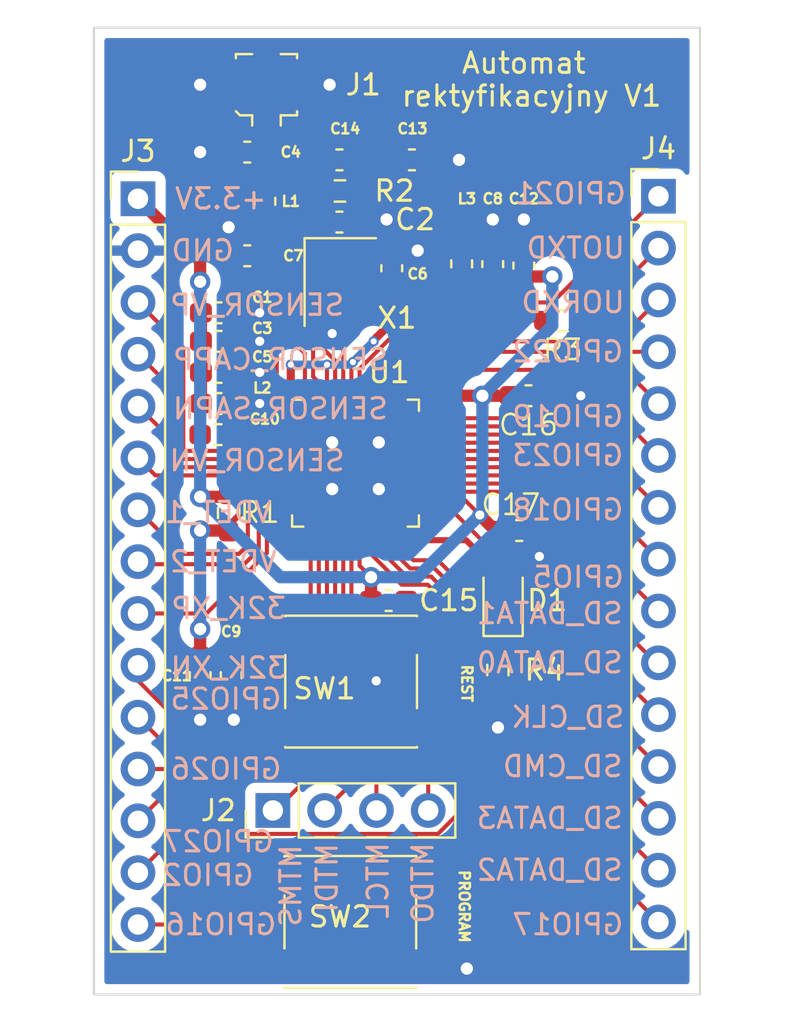
<source format=kicad_pcb>
(kicad_pcb (version 20211014) (generator pcbnew)
  (layers (0 "F.Cu" signal) (31 "B.Cu" signal) (34 "B.Paste" user) (35 "F.Paste" user) (36 "B.SilkS" user "B.Silkscreen") (37 "F.SilkS" user "F.Silkscreen") (38 "B.Mask" user) (39 "F.Mask" user) (44 "Edge.Cuts" user))
  (net 0 "")
  (net 1 "GND")
  (net 2 "+3V3")
  (net 3 "Net-(C2-Pad2)")
  (net 4 "unconnected-(C4-Pad2)")
  (net 5 "Net-(C6-Pad2)")
  (net 6 "Net-(C7-Pad2)")
  (net 7 "Net-(C11-Pad2)")
  (net 8 "Net-(C13-Pad2)")
  (net 9 "Net-(C14-Pad2)")
  (net 10 "Net-(D1-Pad2)")
  (net 11 "MTMS")
  (net 12 "MTDI")
  (net 13 "MTCK")
  (net 14 "MTDO")
  (net 15 "Net-(L2-Pad2)")
  (net 16 "Net-(L3-Pad1)")
  (net 17 "U0TXD")
  (net 18 "Net-(R3-Pad2)")
  (net 19 "Net-(SW2-Pad1)")
  (net 20 "SENSOR_VP")
  (net 21 "SENSOR_CAPP")
  (net 22 "SENSOR_CAPN")
  (net 23 "SENSOR_VN")
  (net 24 "VDET_1")
  (net 25 "VDET_2")
  (net 26 "32K_XP")
  (net 27 "32K_XN")
  (net 28 "GPIO25")
  (net 29 "GPIO26")
  (net 30 "GPIO27")
  (net 31 "GPIO2")
  (net 32 "GPIO16")
  (net 33 "GPIO17")
  (net 34 "SD_DATA2")
  (net 35 "SD_DATA3")
  (net 36 "SD_CMD")
  (net 37 "SD_CLK")
  (net 38 "SD_DATA0")
  (net 39 "SD_DATA1")
  (net 40 "GPIO5")
  (net 41 "GPIO18")
  (net 42 "GPIO23")
  (net 43 "GPIO19")
  (net 44 "GPIO22")
  (net 45 "U0RXD")
  (net 46 "GPIO21")
  (net 47 "Net-(D1-Pad1)")
  (footprint "Resistor_SMD:R_0603_1608Metric_Pad0.98x0.95mm_HandSolder" (layer "F.Cu") (at 100.076 124.8175 90)
    (fp_text reference "R4")
    (fp_text value "1.5k")
  )
  (footprint "Capacitor_SMD:C_0603_1608Metric_Pad1.08x0.95mm_HandSolder" (layer "F.Cu") (at 86.3725 107.315 180)
    (fp_text reference "C1")
    (fp_text value "10uF")
  )
  (footprint "Capacitor_SMD:C_0603_1608Metric_Pad1.08x0.95mm_HandSolder" (layer "F.Cu") (at 86.995 125.0685 90)
    (fp_text reference "C9")
    (fp_text value "100pF")
  )
  (footprint "Button_Switch_SMD:SW_Push_1P1T_NO_6x6mm_H9.5mm" (layer "F.Cu") (at 92.875 125.385 180)
    (fp_text reference "SW1")
    (fp_text value "SW_Push")
  )
  (footprint "Connector_PinHeader_2.54mm:PinHeader_1x15_P2.54mm_Vertical" (layer "F.Cu") (at 107.95 101.605)
    (fp_text reference "J4")
    (fp_text value "Conn_01x15_Male")
  )
  (footprint "Button_Switch_SMD:SW_Push_1P1T_NO_6x6mm_H9.5mm" (layer "F.Cu") (at 92.837 137.16)
    (fp_text reference "SW2")
    (fp_text value "SW_Push")
  )
  (footprint "Resistor_SMD:R_0603_1608Metric_Pad0.98x0.95mm_HandSolder" (layer "F.Cu") (at 86.868 117.1175 -90)
    (fp_text reference "R1")
    (fp_text value "10k")
  )
  (footprint "Resistor_SMD:R_0603_1608Metric_Pad0.98x0.95mm_HandSolder" (layer "F.Cu") (at 103.251 107.696 180)
    (fp_text reference "R3")
    (fp_text value "499")
  )
  (footprint "Capacitor_SMD:C_0603_1608Metric_Pad1.08x0.95mm_HandSolder" (layer "F.Cu") (at 87.7835 104.521)
    (fp_text reference "C7")
    (fp_text value "0")
  )
  (footprint "Capacitor_SMD:C_0603_1608Metric_Pad1.08x0.95mm_HandSolder" (layer "F.Cu") (at 86.3725 110.236 180)
    (fp_text reference "C5")
    (fp_text value "1uF")
  )
  (footprint "Capacitor_SMD:C_0603_1608Metric_Pad1.08x0.95mm_HandSolder" (layer "F.Cu") (at 94.7155 121.412 180)
    (fp_text reference "C15")
    (fp_text value "100pF")
  )
  (footprint "Capacitor_SMD:C_0603_1608Metric_Pad1.08x0.95mm_HandSolder" (layer "F.Cu") (at 87.7835 99.441)
    (fp_text reference "C4")
    (fp_text value "270pF")
  )
  (footprint "Inductor_SMD:L_0603_1608Metric_Pad1.05x0.95mm_HandSolder" (layer "F.Cu") (at 86.346 113.284)
    (fp_text reference "L2")
    (fp_text value "2nH")
  )
  (footprint "Connector_PinHeader_2.54mm:PinHeader_1x04_P2.54mm_Vertical" (layer "F.Cu") (at 89.037 131.699 90)
    (fp_text reference "J2")
    (fp_text value "Conn_01x04_Male")
  )
  (footprint "LED_SMD:LED_0805_2012Metric_Pad1.15x1.40mm_HandSolder" (layer "F.Cu") (at 100.33 121.294 90)
    (fp_text reference "D1")
    (fp_text value "LED")
  )
  (footprint "Capacitor_SMD:C_0603_1608Metric_Pad1.08x0.95mm_HandSolder" (layer "F.Cu") (at 94.869 105.1295 -90)
    (fp_text reference "C6")
    (fp_text value "22pF")
  )
  (footprint "Capacitor_SMD:C_0603_1608Metric_Pad1.08x0.95mm_HandSolder" (layer "F.Cu") (at 86.3725 108.712 180)
    (fp_text reference "C3")
    (fp_text value "10uF")
  )
  (footprint "Capacitor_SMD:C_0603_1608Metric_Pad1.08x0.95mm_HandSolder" (layer "F.Cu") (at 85.471 125.0685 90)
    (fp_text reference "C11")
    (fp_text value "1uf")
  )
  (footprint "Capacitor_SMD:C_0603_1608Metric_Pad1.08x0.95mm_HandSolder" (layer "F.Cu") (at 101.1185 117.983)
    (fp_text reference "C17")
    (fp_text value "10nF")
  )
  (footprint "Capacitor_SMD:C_0603_1608Metric_Pad1.08x0.95mm_HandSolder" (layer "F.Cu") (at 99.822 104.9285 -90)
    (fp_text reference "C8")
    (fp_text value "100pF")
  )
  (footprint "Connector_Coaxial:U.FL_Molex_MCRF_73412-0110_Vertical" (layer "F.Cu") (at 88.724 96.139)
    (fp_text reference "J1")
    (fp_text value "Conn_Coaxial")
  )
  (footprint "Resistor_SMD:R_0603_1608Metric_Pad0.98x0.95mm_HandSolder" (layer "F.Cu") (at 92.329 101.346 180)
    (fp_text reference "R2")
    (fp_text value "20k")
  )
  (footprint "Oscillator:Oscillator_SMD_SeikoEpson_SG210-4Pin_2.5x2.0mm_HandSoldering" (layer "F.Cu") (at 92.343 105.809 -90)
    (fp_text reference "X1")
    (fp_text value "ASE-xxxMHz")
  )
  (footprint "Capacitor_SMD:C_0603_1608Metric_Pad1.08x0.95mm_HandSolder" (layer "F.Cu") (at 95.8585 99.822 180)
    (fp_text reference "C13")
    (fp_text value "10nF")
  )
  (footprint "Capacitor_SMD:C_0603_1608Metric_Pad1.08x0.95mm_HandSolder" (layer "F.Cu") (at 101.5735 111.379 180)
    (fp_text reference "C16")
    (fp_text value "100pF")
  )
  (footprint "Inductor_SMD:L_0603_1608Metric_Pad1.05x0.95mm_HandSolder" (layer "F.Cu") (at 98.298 104.916 -90)
    (fp_text reference "L3")
    (fp_text value "2nH")
  )
  (footprint "Capacitor_SMD:C_0603_1608Metric_Pad1.08x0.95mm_HandSolder" (layer "F.Cu") (at 101.346 105.0025 -90)
    (fp_text reference "C12")
    (fp_text value "1uF")
  )
  (footprint "Connector_PinHeader_2.54mm:PinHeader_1x15_P2.54mm_Vertical" (layer "F.Cu") (at 82.423 101.727)
    (fp_text reference "J3")
    (fp_text value "Conn_01x15_Male")
  )
  (footprint "Package_DFN_QFN:QFN-48-1EP_6x6mm_P0.4mm_EP4.2x4.2mm" (layer "F.Cu") (at 93.091 114.681)
    (fp_text reference "U1")
    (fp_text value "ESP32")
  )
  (footprint "Capacitor_SMD:C_0603_1608Metric_Pad1.08x0.95mm_HandSolder" (layer "F.Cu") (at 86.3725 111.76 180)
    (fp_text reference "C10")
    (fp_text value "100pF")
  )
  (footprint "Capacitor_SMD:C_0603_1608Metric_Pad1.08x0.95mm_HandSolder" (layer "F.Cu") (at 92.3025 99.822 180)
    (fp_text reference "C14")
    (fp_text value "3.3nF")
  )
  (footprint "Inductor_SMD:L_0603_1608Metric_Pad1.05x0.95mm_HandSolder" (layer "F.Cu") (at 88.646 101.854 -90)
    (fp_text reference "L1")
    (fp_text value "390nH")
  )
  (footprint "Capacitor_SMD:C_0603_1608Metric_Pad1.08x0.95mm_HandSolder" (layer "F.Cu") (at 92.3025 102.87 180)
    (fp_text reference "C2")
    (fp_text value "22pF")
  )
  (gr_rect (start 80.264 93.345) (end 109.982 140.716) (layer "Edge.Cuts") (width 0.1) (fill none))
  (gr_text "GPIO21" (at 103.632 101.473) (layer "B.SilkS") (effects (font (size 1 1)) (justify mirror)))
  (gr_text "GPIO19\n" (at 103.505 112.395) (layer "B.SilkS") (effects (font (size 1 1)) (justify mirror)))
  (gr_text "SD_DATA0\n" (at 102.616 124.46) (layer "B.SilkS") (effects (font (size 1 1)) (justify mirror)))
  (gr_text "SENSOR_VP" (at 88.265 106.934) (layer "B.SilkS") (effects (font (size 1 1)) (justify mirror)))
  (gr_text "GPIO16" (at 86.487 137.287) (layer "B.SilkS") (effects (font (size 1 1)) (justify mirror)))
  (gr_text "SENSOR_CAPP" (at 89.408 109.601) (layer "B.SilkS") (effects (font (size 1 1)) (justify mirror)))
  (gr_text "GPIO2\n" (at 85.852 134.874) (layer "B.SilkS") (effects (font (size 1 1)) (justify mirror)))
  (gr_text "SD_CLK\n" (at 103.505 127.127) (layer "B.SilkS") (effects (font (size 1 1)) (justify mirror)))
  (gr_text "32K_XP" (at 86.868 121.793) (layer "B.SilkS") (effects (font (size 1 1)) (justify mirror)))
  (gr_text "32K_XN" (at 86.868 124.714) (layer "B.SilkS") (effects (font (size 1 1)) (justify mirror)))
  (gr_text "GPIO27" (at 86.36 133.223) (layer "B.SilkS") (effects (font (size 1 1)) (justify mirror)))
  (gr_text "SENSOR_VN" (at 88.265 114.554) (layer "B.SilkS") (effects (font (size 1 1)) (justify mirror)))
  (gr_text "VDET_2" (at 86.614 119.507) (layer "B.SilkS") (effects (font (size 1 1)) (justify mirror)))
  (gr_text "SD_DATA1\n" (at 102.616 122.047) (layer "B.SilkS") (effects (font (size 1 1)) (justify mirror)))
  (gr_text "MTDI\n" (at 91.694 135.001 90) (layer "B.SilkS") (effects (font (size 1 1)) (justify mirror)))
  (gr_text "UORXD\n" (at 103.759 106.807) (layer "B.SilkS") (effects (font (size 1 1)) (justify mirror)))
  (gr_text "GPIO22\n" (at 103.505 109.22) (layer "B.SilkS") (effects (font (size 1 1)) (justify mirror)))
  (gr_text "GPIO5\n" (at 104.013 120.269) (layer "B.SilkS") (effects (font (size 1 1)) (justify mirror)))
  (gr_text "UOTXD" (at 103.886 104.14) (layer "B.SilkS") (effects (font (size 1 1)) (justify mirror)))
  (gr_text "GPIO18\n" (at 103.505 116.967) (layer "B.SilkS") (effects (font (size 1 1)) (justify mirror)))
  (gr_text "GPIO25" (at 86.741 126.238) (layer "B.SilkS") (effects (font (size 1 1)) (justify mirror)))
  (gr_text "MTDO" (at 96.393 135.255 90) (layer "B.SilkS") (effects (font (size 1 1)) (justify mirror)))
  (gr_text "MTCL\n\n" (at 94.996 135.128 90) (layer "B.SilkS") (effects (font (size 1 1)) (justify mirror)))
  (gr_text "SENSOR_SAPN" (at 89.408 112.014) (layer "B.SilkS") (effects (font (size 1 1)) (justify mirror)))
  (gr_text "SD_CMD\n" (at 103.251 129.54) (layer "B.SilkS") (effects (font (size 1 1)) (justify mirror)))
  (gr_text "GND" (at 85.598 104.267) (layer "B.SilkS") (effects (font (size 1 1)) (justify mirror)))
  (gr_text "GPIO26" (at 86.741 129.667) (layer "B.SilkS") (effects (font (size 1 1)) (justify mirror)))
  (gr_text "SD_DATA2\n" (at 102.616 134.62) (layer "B.SilkS") (effects (font (size 1 1)) (justify mirror)))
  (gr_text "MTMS" (at 89.916 135.382 90) (layer "B.SilkS") (effects (font (size 1 1)) (justify mirror)))
  (gr_text "SD_DATA3\n" (at 102.616 132.08) (layer "B.SilkS") (effects (font (size 1 1)) (justify mirror)))
  (gr_text "GPIO23\n" (at 103.505 114.3) (layer "B.SilkS") (effects (font (size 1 1)) (justify mirror)))
  (gr_text "VDET_1" (at 86.36 117.094) (layer "B.SilkS") (effects (font (size 1 1)) (justify mirror)))
  (gr_text "GPIO17\n" (at 103.505 137.287) (layer "B.SilkS") (effects (font (size 1 1)) (justify mirror)))
  (gr_text "+3.3V" (at 86.487 101.727) (layer "B.SilkS") (effects (font (size 1 1)) (justify mirror)))
  (gr_text "REST" (at 98.552 125.476 270) (layer "F.SilkS") (effects (font (size 0.5 0.5) (thickness 0.125))))
  (gr_text "Automat \nrektyfikacyjny V1" (at 101.727 95.885) (layer "F.SilkS") (effects (font (size 1 1))))
  (gr_text "PROGRAM" (at 98.425 136.398 270) (layer "F.SilkS") (effects (font (size 0.5 0.5) (thickness 0.125))))
  (segment (start 96.848 139.446) (end 96.812 139.41) (width 0.6) (layer "F.Cu") (net 1))
  (segment (start 93.218 104.684) (end 94.452 104.684) (width 0.6) (layer "F.Cu") (net 1))
  (segment (start 87.235 110.236) (end 88.392 110.236) (width 0.6) (layer "F.Cu") (net 1))
  (segment (start 85.471 125.931) (end 85.471 127.254) (width 0.6) (layer "F.Cu") (net 1))
  (segment (start 94.615 102.743) (end 93.292 102.743) (width 0.6) (layer "F.Cu") (net 1))
  (segment (start 86.921 99.441) (end 85.471 99.441) (width 0.6) (layer "F.Cu") (net 1))
  (segment (start 87.235 107.315) (end 88.392 107.315) (width 0.6) (layer "F.Cu") (net 1))
  (segment (start 93.292 102.743) (end 93.165 102.87) (width 0.6) (layer "F.Cu") (net 1))
  (segment (start 90.199 96.139) (end 90.199 96.114) (width 0.6) (layer "F.Cu") (net 1))
  (segment (start 94.107 122.883) (end 94.107 125.349) (width 0.6) (layer "F.Cu") (net 1))
  (segment (start 93.091 102.796) (end 93.165 102.87) (width 0.6) (layer "F.Cu") (net 1))
  (segment (start 104.14 111.379) (end 102.436 111.379) (width 0.6) (layer "F.Cu") (net 1))
  (segment (start 86.995 127.127) (end 87.122 127.254) (width 0.6) (layer "F.Cu") (net 1))
  (segment (start 87.304 127.436) (end 87.122 127.254) (width 0.6) (layer "F.Cu") (net 1))
  (segment (start 86.921 103.177) (end 86.868 103.124) (width 0.6) (layer "F.Cu") (net 1))
  (segment (start 87.235 108.712) (end 87.235 107.315) (width 0.6) (layer "F.Cu") (net 1))
  (segment (start 98.171 99.822) (end 96.721 99.822) (width 0.6) (layer "F.Cu") (net 1))
  (segment (start 87.249 96.114) (end 88.724 94.639) (width 0.6) (layer "F.Cu") (net 1))
  (segment (start 87.196 125.931) (end 88.9 127.635) (width 0.6) (layer "F.Cu") (net 1))
  (segment (start 99.822 104.066) (end 99.822 102.743) (width 0.4) (layer "F.Cu") (net 1))
  (segment (start 87.235 110.236) (end 87.235 108.712) (width 0.6) (layer "F.Cu") (net 1))
  (segment (start 90.199 96.114) (end 88.724 94.639) (width 0.6) (layer "F.Cu") (net 1))
  (segment (start 101.981 117.983) (end 101.981 119.126) (width 0.6) (layer "F.Cu") (net 1))
  (segment (start 87.249 96.139) (end 85.471 96.139) (width 0.6) (layer "F.Cu") (net 1))
  (segment (start 87.235 108.712) (end 88.392 108.712) (width 0.6) (layer "F.Cu") (net 1))
  (segment (start 100.076 125.73) (end 100.076 127.635) (width 0.6) (layer "F.Cu") (net 1))
  (segment (start 86.921 104.521) (end 86.921 103.177) (width 0.6) (layer "F.Cu") (net 1))
  (segment (start 91.468 107.851) (end 91.948 108.331) (width 0.6) (layer "F.Cu") (net 1))
  (segment (start 96.139 104.267) (end 94.869 104.267) (width 0.6) (layer "F.Cu") (net 1))
  (segment (start 101.346 104.14) (end 101.346 102.743) (width 0.4) (layer "F.Cu") (net 1))
  (segment (start 91.468 106.934) (end 91.468 107.851) (width 0.6) (layer "F.Cu") (net 1))
  (segment (start 94.452 104.684) (end 94.869 104.267) (width 0.6) (layer "F.Cu") (net 1))
  (segment (start 86.995 125.931) (end 86.995 127.127) (width 0.6) (layer "F.Cu") (net 1))
  (segment (start 95.578 121.412) (end 94.107 122.883) (width 0.6) (layer "F.Cu") (net 1))
  (segment (start 98.552 139.446) (end 96.848 139.446) (width 0.6) (layer "F.Cu") (net 1))
  (segment (start 87.235 111.76) (end 88.392 111.76) (width 0.6) (layer "F.Cu") (net 1))
  (segment (start 90.199 96.139) (end 91.821 96.139) (width 0.6) (layer "F.Cu") (net 1))
  (segment (start 87.249 96.139) (end 87.249 96.114) (width 0.6) (layer "F.Cu") (net 1))
  (segment (start 87.235 111.76) (end 87.235 110.236) (width 0.6) (layer "F.Cu") (net 1))
  (segment (start 86.995 125.931) (end 87.196 125.931) (width 0.6) (layer "F.Cu") (net 1))
  (segment (start 101.981 119.126) (end 102.108 119.253) (width 0.6) (layer "F.Cu") (net 1))
  (via (at 98.171 99.822) (size 1) (drill 0.6) (layers "F.Cu" "B.Cu") (net 1))
  (via (at 94.107 125.349) (size 0.75) (drill 0.45) (layers "F.Cu" "B.Cu") (net 1))
  (via (at 88.392 107.315) (size 0.75) (drill 0.45) (layers "F.Cu" "B.Cu") (net 1))
  (via (at 104.14 111.379) (size 0.75) (drill 0.45) (layers "F.Cu" "B.Cu") (net 1))
  (via (at 100.076 127.635) (size 1) (drill 0.6) (layers "F.Cu" "B.Cu") (net 1))
  (via (at 87.122 127.254) (size 1) (drill 0.6) (layers "F.Cu" "B.Cu") (net 1))
  (via (at 101.346 102.743) (size 1) (drill 0.6) (layers "F.Cu" "B.Cu") (net 1))
  (via (at 88.392 108.712) (size 0.75) (drill 0.45) (layers "F.Cu" "B.Cu") (net 1))
  (via (at 85.471 99.441) (size 1) (drill 0.6) (layers "F.Cu" "B.Cu") (net 1))
  (via (at 94.615 102.743) (size 1) (drill 0.6) (layers "F.Cu" "B.Cu") (net 1))
  (via (at 91.821 96.139) (size 1) (drill 0.6) (layers "F.Cu" "B.Cu") (net 1))
  (via (at 99.822 102.743) (size 1) (drill 0.6) (layers "F.Cu" "B.Cu") (net 1))
  (via (at 102.108 119.253) (size 0.75) (drill 0.45) (layers "F.Cu" "B.Cu") (net 1))
  (via (at 91.948 113.665) (size 1) (drill 0.6) (layers "F.Cu" "B.Cu") (net 1))
  (via (at 88.392 111.76) (size 0.75) (drill 0.45) (layers "F.Cu" "B.Cu") (net 1))
  (via (at 94.234 113.665) (size 1) (drill 0.6) (layers "F.Cu" "B.Cu") (net 1))
  (via (at 85.471 96.139) (size 1) (drill 0.6) (layers "F.Cu" "B.Cu") (net 1))
  (via (at 96.139 104.267) (size 1) (drill 0.6) (layers "F.Cu" "B.Cu") (net 1))
  (via (at 91.948 108.331) (size 0.75) (drill 0.45) (layers "F.Cu" "B.Cu") (net 1))
  (via (at 85.471 127.254) (size 1) (drill 0.6) (layers "F.Cu" "B.Cu") (net 1))
  (via (at 94.234 115.951) (size 1) (drill 0.6) (layers "F.Cu" "B.Cu") (net 1))
  (via (at 91.948 115.951) (size 1) (drill 0.6) (layers "F.Cu" "B.Cu") (net 1))
  (via (at 98.552 139.446) (size 1) (drill 0.6) (layers "F.Cu" "B.Cu") (net 1))
  (via (at 86.868 103.124) (size 1) (drill 0.6) (layers "F.Cu" "B.Cu") (net 1))
  (via (at 88.392 110.236) (size 0.75) (drill 0.45) (layers "F.Cu" "B.Cu") (net 1))
  (segment (start 99.822 105.791) (end 98.298 105.791) (width 0.6) (layer "F.Cu") (net 2))
  (segment (start 93.291 119.707) (end 93.853 120.269) (width 0.2) (layer "F.Cu") (net 2))
  (segment (start 99.314 111.379) (end 95.631 111.379) (width 0.6) (layer "F.Cu") (net 2))
  (segment (start 85.471 111.799) (end 85.51 111.76) (width 0.6) (layer "F.Cu") (net 2))
  (segment (start 100.711 111.379) (end 99.314 111.379) (width 0.6) (layer "F.Cu") (net 2))
  (segment (start 96.041 116.481) (end 98.447 116.481) (width 0.2) (layer "F.Cu") (net 2))
  (segment (start 95.291 111.731) (end 95.291 111.719) (width 0.2) (layer "F.Cu") (net 2))
  (segment (start 101.674 105.537) (end 101.346 105.865) (width 0.6) (layer "F.Cu") (net 2))
  (segment (start 85.471 107.276) (end 85.51 107.315) (width 0.6) (layer "F.Cu") (net 2))
  (segment (start 85.471 104.775) (end 82.423 101.727) (width 0.6) (layer "F.Cu") (net 2))
  (segment (start 85.51 110.236) (end 85.51 108.712) (width 0.6) (layer "F.Cu") (net 2))
  (segment (start 99.949 117.983) (end 99.187 117.221) (width 0.6) (layer "F.Cu") (net 2))
  (segment (start 102.743 105.537) (end 101.674 105.537) (width 0.6) (layer "F.Cu") (net 2))
  (segment (start 93.291 117.631) (end 93.291 119.707) (width 0.2) (layer "F.Cu") (net 2))
  (segment (start 85.51 111.76) (end 85.51 110.236) (width 0.6) (layer "F.Cu") (net 2))
  (segment (start 85.471 116.332) (end 86.741 116.332) (width 0.6) (layer "F.Cu") (net 2))
  (segment (start 93.853 121.412) (end 93.853 120.269) (width 0.6) (layer "F.Cu") (net 2))
  (segment (start 95.291 111.719) (end 95.631 111.379) (width 0.2) (layer "F.Cu") (net 2))
  (segment (start 85.471 105.791) (end 85.471 104.775) (width 0.6) (layer "F.Cu") (net 2))
  (segment (start 85.471 113.284) (end 85.471 111.799) (width 0.6) (layer "F.Cu") (net 2))
  (segment (start 86.741 116.332) (end 86.868 116.205) (width 0.6) (layer "F.Cu") (net 2))
  (segment (start 101.346 105.865) (end 99.896 105.865) (width 0.6) (layer "F.Cu") (net 2))
  (segment (start 85.51 108.712) (end 85.51 107.315) (width 0.6) (layer "F.Cu") (net 2))
  (segment (start 85.471 105.791) (end 85.471 107.276) (width 0.6) (layer "F.Cu") (net 2))
  (segment (start 99.896 105.865) (end 99.822 105.791) (width 0.6) (layer "F.Cu") (net 2))
  (segment (start 98.447 116.481) (end 99.187 117.221) (width 0.2) (layer "F.Cu") (net 2))
  (segment (start 100.256 117.983) (end 99.949 117.983) (width 0.6) (layer "F.Cu") (net 2))
  (via (at 99.314 111.379) (size 1) (drill 0.6) (layers "F.Cu" "B.Cu") (net 2))
  (via (at 85.471 105.791) (size 1) (drill 0.6) (layers "F.Cu" "B.Cu") (net 2))
  (via (at 102.743 105.537) (size 1) (drill 0.6) (layers "F.Cu" "B.Cu") (net 2))
  (via (at 93.853 120.269) (size 1) (drill 0.6) (layers "F.Cu" "B.Cu") (net 2))
  (via (at 99.187 117.221) (size 0.75) (drill 0.45) (layers "F.Cu" "B.Cu") (net 2))
  (via (at 85.471 116.332) (size 1) (drill 0.6) (layers "F.Cu" "B.Cu") (net 2))
  (segment (start 102.743 107.95) (end 102.743 105.537) (width 0.6) (layer "B.Cu") (net 2))
  (segment (start 85.471 105.791) (end 85.471 116.332) (width 0.6) (layer "B.Cu") (net 2))
  (segment (start 99.314 111.379) (end 99.314 117.094) (width 0.6) (layer "B.Cu") (net 2))
  (segment (start 85.471 116.332) (end 89.408 120.269) (width 0.6) (layer "B.Cu") (net 2))
  (segment (start 93.853 120.269) (end 96.139 120.269) (width 0.6) (layer "B.Cu") (net 2))
  (segment (start 82.423 101.727) (end 82.296 101.6) (width 0.6) (layer "B.Cu") (net 2))
  (segment (start 99.314 117.094) (end 99.187 117.221) (width 0.6) (layer "B.Cu") (net 2))
  (segment (start 99.314 111.379) (end 102.743 107.95) (width 0.6) (layer "B.Cu") (net 2))
  (segment (start 89.408 120.269) (end 93.853 120.269) (width 0.6) (layer "B.Cu") (net 2))
  (segment (start 96.139 120.269) (end 99.187 117.221) (width 0.6) (layer "B.Cu") (net 2))
  (segment (start 92.091 111.731) (end 92.091 109.656022) (width 0.2) (layer "F.Cu") (net 3))
  (segment (start 90.493489 105.658511) (end 91.468 104.684) (width 0.2) (layer "F.Cu") (net 3))
  (segment (start 91.44 104.656) (end 91.468 104.684) (width 0.6) (layer "F.Cu") (net 3))
  (segment (start 91.44 102.87) (end 91.44 104.656) (width 0.6) (layer "F.Cu") (net 3))
  (segment (start 90.493489 108.058511) (end 90.493489 105.658511) (width 0.2) (layer "F.Cu") (net 3))
  (segment (start 92.091 109.656022) (end 90.493489 108.058511) (width 0.2) (layer "F.Cu") (net 3))
  (segment (start 88.646 99.441) (end 88.646 97.717) (width 0.6) (layer "F.Cu") (net 4))
  (segment (start 88.646 101.12) (end 88.646 99.441) (width 0.6) (layer "F.Cu") (net 4))
  (segment (start 88.646 97.717) (end 88.724 97.639) (width 0.6) (layer "F.Cu") (net 4))
  (segment (start 92.491 108.899022) (end 93.218 108.172022) (width 0.2) (layer "F.Cu") (net 5))
  (segment (start 93.218 108.172022) (end 93.218 106.934) (width 0.2) (layer "F.Cu") (net 5))
  (segment (start 94.869 105.992) (end 94.16 105.992) (width 0.6) (layer "F.Cu") (net 5))
  (segment (start 94.16 105.992) (end 93.218 106.934) (width 0.6) (layer "F.Cu") (net 5))
  (segment (start 92.491 111.731) (end 92.491 108.899022) (width 0.2) (layer "F.Cu") (net 5))
  (segment (start 89.154 105.029) (end 88.646 104.521) (width 0.35) (layer "F.Cu") (net 6))
  (segment (start 89.154 112.395) (end 89.154 105.029) (width 0.35) (layer "F.Cu") (net 6))
  (segment (start 88.646 104.521) (end 88.646 102.87) (width 0.6) (layer "F.Cu") (net 6))
  (segment (start 89.303 112.881) (end 89.154 112.732) (width 0.2) (layer "F.Cu") (net 6))
  (segment (start 89.154 112.732) (end 89.154 112.395) (width 0.2) (layer "F.Cu") (net 6))
  (segment (start 90.141 112.881) (end 89.303 112.881) (width 0.2) (layer "F.Cu") (net 6))
  (segment (start 88.646 104.521) (end 88.519 104.648) (width 0.6) (layer "F.Cu") (net 6))
  (segment (start 89.154 112.395) (end 89.154 112.268) (width 0.2) (layer "F.Cu") (net 6))
  (segment (start 85.471 122.809) (end 85.471 124.206) (width 0.6) (layer "F.Cu") (net 7))
  (segment (start 86.821 117.983) (end 86.868 118.03) (width 0.6) (layer "F.Cu") (net 7))
  (segment (start 90.141 115.681) (end 88.916 115.681) (width 0.2) (layer "F.Cu") (net 7))
  (segment (start 85.471 117.983) (end 86.821 117.983) (width 0.6) (layer "F.Cu") (net 7))
  (segment (start 88.916 115.681) (end 88.86648 115.73052) (width 0.2) (layer "F.Cu") (net 7))
  (segment (start 87.829 124.206) (end 88.9 123.135) (width 0.6) (layer "F.Cu") (net 7))
  (segment (start 86.868 118.03) (end 86.868 117.729) (width 0.3) (layer "F.Cu") (net 7))
  (segment (start 88.86648 115.73052) (end 89.027 115.73052) (width 0.3) (layer "F.Cu") (net 7))
  (segment (start 85.471 124.206) (end 86.995 124.206) (width 0.6) (layer "F.Cu") (net 7))
  (segment (start 86.868 117.729) (end 88.86648 115.73052) (width 0.3) (layer "F.Cu") (net 7))
  (segment (start 86.995 124.206) (end 87.829 124.206) (width 0.6) (layer "F.Cu") (net 7))
  (via (at 85.471 117.983) (size 1) (drill 0.6) (layers "F.Cu" "B.Cu") (net 7))
  (via (at 85.471 122.809) (size 1) (drill 0.6) (layers "F.Cu" "B.Cu") (net 7))
  (segment (start 85.471 117.983) (end 85.471 122.809) (width 0.6) (layer "B.Cu") (net 7))
  (segment (start 93.165 101.2695) (end 93.2415 101.346) (width 0.6) (layer "F.Cu") (net 8))
  (segment (start 89.694451 101.886451) (end 89.789 101.791902) (width 0.3) (layer "F.Cu") (net 8))
  (segment (start 94.996 99.06) (end 94.996 99.822) (width 0.3) (layer "F.Cu") (net 8))
  (segment (start 89.694451 102.753583) (end 89.694451 101.886451) (width 0.2) (layer "F.Cu") (net 8))
  (segment (start 89.789 100.105329) (end 90.961329 98.933) (width 0.3) (layer "F.Cu") (net 8))
  (segment (start 94.869 98.933) (end 94.996 99.06) (width 0.3) (layer "F.Cu") (net 8))
  (segment (start 89.69445 108.389484) (end 89.694451 102.753583) (width 0.2) (layer "F.Cu") (net 8))
  (segment (start 90.961329 98.933) (end 94.869 98.933) (width 0.3) (layer "F.Cu") (net 8))
  (segment (start 93.165 99.822) (end 94.996 99.822) (width 0.6) (layer "F.Cu") (net 8))
  (segment (start 90.891 111.12548) (end 90.611466 110.845946) (width 0.2) (layer "F.Cu") (net 8))
  (segment (start 90.891 111.731) (end 90.891 111.12548) (width 0.2) (layer "F.Cu") (net 8))
  (segment (start 90.611466 109.3065) (end 89.69445 108.389484) (width 0.2) (layer "F.Cu") (net 8))
  (segment (start 93.165 99.822) (end 93.165 101.2695) (width 0.6) (layer "F.Cu") (net 8))
  (segment (start 89.789 101.791902) (end 89.789 100.105329) (width 0.3) (layer "F.Cu") (net 8))
  (segment (start 90.611466 110.845946) (end 90.611466 109.3065) (width 0.2) (layer "F.Cu") (net 8))
  (segment (start 91.44 99.822) (end 91.44 101.3225) (width 0.6) (layer "F.Cu") (net 9))
  (segment (start 90.09397 108.223998) (end 90.09397 102.66853) (width 0.2) (layer "F.Cu") (net 9))
  (segment (start 91.291 111.731) (end 91.29052 111.731) (width 0.2) (layer "F.Cu") (net 9))
  (segment (start 91.291 111.731) (end 91.291 110.722) (width 0.2) (layer "F.Cu") (net 9))
  (segment (start 91.291 110.722) (end 91.010986 110.441986) (width 0.2) (layer "F.Cu") (net 9))
  (segment (start 91.010986 110.441986) (end 91.010986 109.141014) (width 0.2) (layer "F.Cu") (net 9))
  (segment (start 90.09397 102.66853) (end 91.4165 101.346) (width 0.2) (layer "F.Cu") (net 9))
  (segment (start 91.44 101.3225) (end 91.4165 101.346) (width 0.6) (layer "F.Cu") (net 9))
  (segment (start 91.010986 109.141014) (end 90.09397 108.223998) (width 0.2) (layer "F.Cu") (net 9))
  (segment (start 95.291 117.631) (end 95.291 118.233982) (width 0.2) (layer "F.Cu") (net 10))
  (segment (start 98.516644 118.455644) (end 95.583374 118.455644) (width 0.3) (layer "F.Cu") (net 10))
  (segment (start 100.33 120.269) (end 98.516644 118.455644) (width 0.3) (layer "F.Cu") (net 10))
  (segment (start 95.291 118.233982) (end 95.548018 118.491) (width 0.2) (layer "F.Cu") (net 10))
  (segment (start 92.491 117.631) (end 92.491 128.362) (width 0.2) (layer "F.Cu") (net 11))
  (segment (start 89.154 131.699) (end 89.037 131.699) (width 0.2) (layer "F.Cu") (net 11))
  (segment (start 92.491 128.362) (end 89.154 131.699) (width 0.2) (layer "F.Cu") (net 11))
  (segment (start 92.891 130.385) (end 91.577 131.699) (width 0.2) (layer "F.Cu") (net 12))
  (segment (start 92.891 117.631) (end 92.891 130.385) (width 0.2) (layer "F.Cu") (net 12))
  (segment (start 92.891 117.631) (end 92.89052 117.63148) (width 0.2) (layer "F.Cu") (net 12))
  (segment (start 95.11684 120.40216) (end 95.35216 120.63748) (width 0.2) (layer "F.Cu") (net 13))
  (segment (start 93.69148 118.9768) (end 93.691481 118.364) (width 0.2) (layer "F.Cu") (net 13))
  (segment (start 97.924511 124.084511) (end 94.117 127.892022) (width 0.2) (layer "F.Cu") (net 13))
  (segment (start 97.924511 121.927511) (end 97.924511 124.084511) (width 0.2) (layer "F.Cu") (net 13))
  (segment (start 96.63448 120.63748) (end 97.924511 121.927511) (width 0.2) (layer "F.Cu") (net 13))
  (segment (start 95.23768 120.523) (end 95.11684 120.40216) (width 0.2) (layer "F.Cu") (net 13))
  (segment (start 94.117 127.892022) (end 94.117 131.699) (width 0.2) (layer "F.Cu") (net 13))
  (segment (start 93.691 117.631) (end 93.691 118.363519) (width 0.2) (layer "F.Cu") (net 13))
  (segment (start 93.691 117.631) (end 93.69052 117.63148) (width 0.2) (layer "F.Cu") (net 13))
  (segment (start 95.11684 120.40216) (end 93.69148 118.9768) (width 0.2) (layer "F.Cu") (net 13))
  (segment (start 95.35216 120.63748) (end 96.63448 120.63748) (width 0.2) (layer "F.Cu") (net 13))
  (segment (start 93.691 118.363519) (end 93.691481 118.364) (width 0.2) (layer "F.Cu") (net 13))
  (segment (start 98.32403 124.249998) (end 98.32403 128.184992) (width 0.2) (layer "F.Cu") (net 14))
  (segment (start 98.32403 128.184992) (end 96.657 129.852022) (width 0.2) (layer "F.Cu") (net 14))
  (segment (start 95.59996 120.23796) (end 96.799966 120.23796) (width 0.2) (layer "F.Cu") (net 14))
  (segment (start 96.799966 120.23796) (end 98.324031 121.762025) (width 0.2) (layer "F.Cu") (net 14))
  (segment (start 94.091 117.631) (end 94.091 118.729) (width 0.2) (layer "F.Cu") (net 14))
  (segment (start 98.324031 121.762025) (end 98.32403 124.249998) (width 0.2) (layer "F.Cu") (net 14))
  (segment (start 96.657 129.852022) (end 96.657 131.699) (width 0.2) (layer "F.Cu") (net 14))
  (segment (start 94.091 118.729) (end 95.59996 120.23796) (width 0.2) (layer "F.Cu") (net 14))
  (segment (start 87.41848 113.48148) (end 87.41944 113.48052) (width 0.6) (layer "F.Cu") (net 15))
  (segment (start 87.221 113.284) (end 87.41848 113.48148) (width 0.6) (layer "F.Cu") (net 15))
  (segment (start 89.55229 113.48148) (end 90.17 113.48148) (width 0.6) (layer "F.Cu") (net 15))
  (segment (start 89.55133 113.48052) (end 89.55229 113.48148) (width 0.6) (layer "F.Cu") (net 15))
  (segment (start 87.41944 113.48052) (end 89.55133 113.48052) (width 0.6) (layer "F.Cu") (net 15))
  (segment (start 91.691 111.731) (end 91.69148 111.73052) (width 0.2) (layer "F.Cu") (net 16))
  (segment (start 92.891 111.731) (end 92.891 109.801) (width 0.2) (layer "F.Cu") (net 16))
  (segment (start 89.916 109.855) (end 89.916 112.268) (width 0.4) (layer "F.Cu") (net 16))
  (segment (start 98.298 104.348549) (end 93.957274 108.689274) (width 0.4) (layer "F.Cu") (net 16))
  (segment (start 91.69148 111.73052) (end 91.69148 109.855) (width 0.2) (layer "F.Cu") (net 16))
  (segment (start 89.916 112.268) (end 90.02948 112.38148) (width 0.4) (layer "F.Cu") (net 16))
  (segment (start 92.891 109.801) (end 92.964 109.728) (width 0.2) (layer "F.Cu") (net 16))
  (segment (start 98.298 104.041) (end 98.298 104.348549) (width 0.4) (layer "F.Cu") (net 16))
  (via (at 93.98 108.712) (size 0.5) (drill 0.3) (layers "F.Cu" "B.Cu") (net 16))
  (via (at 92.964 109.728) (size 0.5) (drill 0.3) (layers "F.Cu" "B.Cu") (net 16))
  (via (at 89.916 109.855) (size 0.5) (drill 0.3) (layers "F.Cu" "B.Cu") (net 16))
  (via (at 91.694 109.855) (size 0.5) (drill 0.3) (layers "F.Cu" "B.Cu") (net 16))
  (segment (start 91.694 109.855) (end 89.916 109.855) (width 0.4) (layer "B.Cu") (net 16))
  (segment (start 93.98 108.712) (end 92.837 109.855) (width 0.4) (layer "B.Cu") (net 16))
  (segment (start 92.837 109.855) (end 91.694 109.855) (width 0.4) (layer "B.Cu") (net 16))
  (segment (start 104.399 107.696) (end 107.95 104.145) (width 0.2) (layer "F.Cu") (net 17))
  (segment (start 104.1635 107.696) (end 104.399 107.696) (width 0.2) (layer "F.Cu") (net 17))
  (segment (start 93.691 110.226982) (end 93.691 111.731) (width 0.2) (layer "F.Cu") (net 18))
  (segment (start 102.3385 107.696) (end 96.221982 107.696) (width 0.2) (layer "F.Cu") (net 18))
  (segment (start 96.221982 107.696) (end 93.691 110.226982) (width 0.2) (layer "F.Cu") (net 18))
  (segment (start 94.89052 117.63148) (end 94.891 117.631) (width 0.2) (layer "F.Cu") (net 19))
  (segment (start 97.29863 133.248031) (end 96.812 133.734661) (width 0.2) (layer "F.Cu") (net 19))
  (segment (start 95.930932 119.43892) (end 94.89052 118.398508) (width 0.2) (layer "F.Cu") (net 19))
  (segment (start 97.30283 133.24383) (end 99.123068 131.423593) (width 0.2) (layer "F.Cu") (net 19))
  (segment (start 97.130939 119.438921) (end 95.930932 119.43892) (width 0.2) (layer "F.Cu") (net 19))
  (segment (start 97.30283 133.24383) (end 97.29863 133.24803) (width 0.2) (layer "F.Cu") (net 19))
  (segment (start 96.812 133.734661) (end 96.812 134.91) (width 0.2) (layer "F.Cu") (net 19))
  (segment (start 99.123068 121.43105) (end 97.130939 119.438921) (width 0.2) (layer "F.Cu") (net 19))
  (segment (start 99.123068 131.423593) (end 99.123068 121.43105) (width 0.2) (layer "F.Cu") (net 19))
  (segment (start 94.89052 118.398508) (end 94.89052 117.63148) (width 0.2) (layer "F.Cu") (net 19))
  (segment (start 97.29863 133.248031) (end 97.30283 133.24383) (width 0.2) (layer "F.Cu") (net 19))
  (segment (start 82.423 106.807) (end 84.64648 109.03048) (width 0.2) (layer "F.Cu") (net 20))
  (segment (start 84.75754 114.081) (end 90.141 114.081) (width 0.2) (layer "F.Cu") (net 20))
  (segment (start 84.64648 113.96994) (end 84.75754 114.081) (width 0.2) (layer "F.Cu") (net 20))
  (segment (start 84.64648 109.03048) (end 84.64648 113.96994) (width 0.2) (layer "F.Cu") (net 20))
  (segment (start 84.24696 114.135426) (end 84.24696 111.17096) (width 0.2) (layer "F.Cu") (net 21))
  (segment (start 84.592053 114.480519) (end 84.24696 114.135426) (width 0.2) (layer "F.Cu") (net 21))
  (segment (start 88.99752 114.48052) (end 84.592053 114.480519) (width 0.2) (layer "F.Cu") (net 21))
  (segment (start 84.24696 111.17096) (end 82.423 109.347) (width 0.2) (layer "F.Cu") (net 21))
  (segment (start 88.99752 114.48052) (end 90.14052 114.48052) (width 0.2) (layer "F.Cu") (net 21))
  (segment (start 84.592053 114.480519) (end 84.593014 114.48148) (width 0.2) (layer "F.Cu") (net 21))
  (segment (start 84.593014 114.48148) (end 84.593014 114.48052) (width 0.2) (layer "F.Cu") (net 21))
  (segment (start 90.14052 114.48052) (end 90.141 114.481) (width 0.2) (layer "F.Cu") (net 21))
  (segment (start 88.998 114.481) (end 88.99752 114.48052) (width 0.2) (layer "F.Cu") (net 21))
  (segment (start 84.427528 114.881) (end 90.141 114.881) (width 0.2) (layer "F.Cu") (net 22))
  (segment (start 83.847441 114.300913) (end 84.427528 114.881) (width 0.2) (layer "F.Cu") (net 22))
  (segment (start 82.423 111.887) (end 83.847441 113.311441) (width 0.2) (layer "F.Cu") (net 22))
  (segment (start 83.847441 113.311441) (end 83.847441 114.300913) (width 0.2) (layer "F.Cu") (net 22))
  (segment (start 88.998 115.281) (end 88.99752 115.28052) (width 0.2) (layer "F.Cu") (net 23))
  (segment (start 88.99752 115.28052) (end 83.27652 115.28052) (width 0.2) (layer "F.Cu") (net 23))
  (segment (start 88.998 115.281) (end 90.141 115.281) (width 0.2) (layer "F.Cu") (net 23))
  (segment (start 83.27652 115.28052) (end 82.423 114.427) (width 0.2) (layer "F.Cu") (net 23))
  (segment (start 87.376 119.126) (end 84.582 119.126) (width 0.2) (layer "F.Cu") (net 24))
  (segment (start 90.141 116.081) (end 89.382006 116.081) (width 0.2) (layer "F.Cu") (net 24))
  (segment (start 87.809003 118.692997) (end 87.376 119.126) (width 0.2) (layer "F.Cu") (net 24))
  (segment (start 89.382006 116.081) (end 87.809003 117.654003) (width 0.2) (layer "F.Cu") (net 24))
  (segment (start 84.582 119.126) (end 82.423 116.967) (width 0.2) (layer "F.Cu") (net 24))
  (segment (start 87.809003 117.654003) (end 87.809003 118.692997) (width 0.2) (layer "F.Cu") (net 24))
  (segment (start 90.141 116.481) (end 89.547012 116.481) (width 0.2) (layer "F.Cu") (net 25))
  (segment (start 82.55 119.634) (end 82.423 119.507) (width 0.2) (layer "F.Cu") (net 25))
  (segment (start 88.345506 118.918494) (end 87.63 119.634) (width 0.2) (layer "F.Cu") (net 25))
  (segment (start 88.345506 117.682506) (end 88.345506 118.918494) (width 0.2) (layer "F.Cu") (net 25))
  (segment (start 87.63 119.634) (end 82.55 119.634) (width 0.2) (layer "F.Cu") (net 25))
  (segment (start 89.547012 116.481) (end 88.345506 117.682506) (width 0.2) (layer "F.Cu") (net 25))
  (segment (start 85.782006 122.047) (end 82.423 122.047) (width 0.2) (layer "F.Cu") (net 26))
  (segment (start 88.745026 119.08398) (end 85.782006 122.047) (width 0.2) (layer "F.Cu") (net 26))
  (segment (start 88.745026 117.847992) (end 88.745026 119.08398) (width 0.2) (layer "F.Cu") (net 26))
  (segment (start 89.712018 116.881) (end 88.745026 117.847992) (width 0.2) (layer "F.Cu") (net 26))
  (segment (start 90.141 116.881) (end 89.712018 116.881) (width 0.2) (layer "F.Cu") (net 26))
  (segment (start 90.891 117.631) (end 90.891 127.676) (width 0.2) (layer "F.Cu") (net 27))
  (segment (start 85.95428 128.86796) (end 82.423 125.33668) (width 0.2) (layer "F.Cu") (net 27))
  (segment (start 82.423 125.33668) (end 82.423 124.587) (width 0.2) (layer "F.Cu") (net 27))
  (segment (start 90.891 127.676) (end 89.69904 128.86796) (width 0.2) (layer "F.Cu") (net 27))
  (segment (start 89.69904 128.86796) (end 85.95428 128.86796) (width 0.2) (layer "F.Cu") (net 27))
  (segment (start 84.455 129.26748) (end 84.455 129.159) (width 0.2) (layer "F.Cu") (net 28))
  (segment (start 89.864526 129.26748) (end 84.455 129.26748) (width 0.2) (layer "F.Cu") (net 28))
  (segment (start 84.455 129.159) (end 82.423 127.127) (width 0.2) (layer "F.Cu") (net 28))
  (segment (start 91.291 127.841006) (end 91.291 117.631) (width 0.2) (layer "F.Cu") (net 28))
  (segment (start 89.864526 129.26748) (end 91.291 127.841006) (width 0.2) (layer "F.Cu") (net 28))
  (segment (start 91.691 128.006012) (end 90.030012 129.667) (width 0.2) (layer "F.Cu") (net 29))
  (segment (start 90.030012 129.667) (end 82.423 129.667) (width 0.2) (layer "F.Cu") (net 29))
  (segment (start 91.691 117.631) (end 91.691 128.006012) (width 0.2) (layer "F.Cu") (net 29))
  (segment (start 92.091 128.171018) (end 90.195498 130.06652) (width 0.2) (layer "F.Cu") (net 30))
  (segment (start 92.091 117.631) (end 92.091 128.171018) (width 0.2) (layer "F.Cu") (net 30))
  (segment (start 84.56348 130.06652) (end 82.423 132.207) (width 0.2) (layer "F.Cu") (net 30))
  (segment (start 90.195498 130.06652) (end 84.56348 130.06652) (width 0.2) (layer "F.Cu") (net 30))
  (segment (start 96.965452 119.83844) (end 98.723549 121.596537) (width 0.2) (layer "F.Cu") (net 31))
  (segment (start 98.723549 121.596537) (end 98.723549 131.258106) (width 0.2) (layer "F.Cu") (net 31))
  (segment (start 98.723549 131.258106) (end 97.133144 132.848511) (width 0.2) (layer "F.Cu") (net 31))
  (segment (start 94.491 118.563994) (end 95.765446 119.83844) (width 0.2) (layer "F.Cu") (net 31))
  (segment (start 94.491 117.631) (end 94.491 118.563994) (width 0.2) (layer "F.Cu") (net 31))
  (segment (start 84.321489 132.848511) (end 82.423 134.747) (width 0.2) (layer "F.Cu") (net 31))
  (segment (start 97.133144 132.848511) (end 84.321489 132.848511) (width 0.2) (layer "F.Cu") (net 31))
  (segment (start 95.765446 119.83844) (end 96.965452 119.83844) (width 0.2) (layer "F.Cu") (net 31))
  (segment (start 96.041 116.881) (end 97.704 116.881) (width 0.2) (layer "F.Cu") (net 32))
  (segment (start 100.21748 119.39448) (end 101.007618 119.39448) (width 0.2) (layer "F.Cu") (net 32))
  (segment (start 97.704 116.881) (end 100.21748 119.39448) (width 0.2) (layer "F.Cu") (net 32))
  (segment (start 97.79 137.287) (end 82.423 137.287) (width 0.2) (layer "F.Cu") (net 32))
  (segment (start 101.32952 133.74748) (end 97.79 137.287) (width 0.2) (layer "F.Cu") (net 32))
  (segment (start 101.32952 119.716382) (end 101.32952 133.74748) (width 0.2) (layer "F.Cu") (net 32))
  (segment (start 101.007618 119.39448) (end 101.32952 119.716382) (width 0.2) (layer "F.Cu") (net 32))
  (segment (start 101.476 116.081) (end 102.997 117.602) (width 0.2) (layer "F.Cu") (net 33))
  (segment (start 102.997 132.212) (end 102.997 131.318) (width 0.2) (layer "F.Cu") (net 33))
  (segment (start 102.997 131.318) (end 102.997 117.602) (width 0.2) (layer "F.Cu") (net 33))
  (segment (start 107.95 137.165) (end 102.997 132.212) (width 0.2) (layer "F.Cu") (net 33))
  (segment (start 96.041 116.081) (end 101.476 116.081) (width 0.2) (layer "F.Cu") (net 33))
  (segment (start 103.39652 117.436514) (end 103.39652 130.07152) (width 0.2) (layer "F.Cu") (net 34))
  (segment (start 96.041 115.681) (end 101.641006 115.681) (width 0.2) (layer "F.Cu") (net 34))
  (segment (start 107.95 134.625) (end 103.39652 130.07152) (width 0.2) (layer "F.Cu") (net 34))
  (segment (start 101.641006 115.681) (end 103.39652 117.436514) (width 0.2) (layer "F.Cu") (net 34))
  (segment (start 104.013 117.487988) (end 104.013 128.148) (width 0.2) (layer "F.Cu") (net 35))
  (segment (start 101.806012 115.281) (end 104.013 117.487988) (width 0.2) (layer "F.Cu") (net 35))
  (segment (start 96.041 115.281) (end 101.806012 115.281) (width 0.2) (layer "F.Cu") (net 35))
  (segment (start 104.013 128.148) (end 107.95 132.085) (width 0.2) (layer "F.Cu") (net 35))
  (segment (start 107.95 129.545) (end 104.41252 126.00752) (width 0.2) (layer "F.Cu") (net 36))
  (segment (start 104.41252 126.00752) (end 104.41252 125.74852) (width 0.2) (layer "F.Cu") (net 36))
  (segment (start 104.41252 117.322502) (end 104.41252 125.74852) (width 0.2) (layer "F.Cu") (net 36))
  (segment (start 104.412519 117.322501) (end 104.41252 117.322502) (width 0.2) (layer "F.Cu") (net 36))
  (segment (start 101.971018 114.881) (end 104.412519 117.322501) (width 0.2) (layer "F.Cu") (net 36))
  (segment (start 96.041 114.881) (end 101.971018 114.881) (width 0.2) (layer "F.Cu") (net 36))
  (segment (start 107.95 127.005) (end 104.81204 123.86704) (width 0.2) (layer "F.Cu") (net 37))
  (segment (start 104.81204 117.13104) (end 104.81204 123.78796) (width 0.2) (layer "F.Cu") (net 37))
  (segment (start 96.04148 114.48052) (end 102.16152 114.48052) (width 0.2) (layer "F.Cu") (net 37))
  (segment (start 102.16152 114.48052) (end 104.81204 117.13104) (width 0.2) (layer "F.Cu") (net 37))
  (segment (start 104.81204 123.86704) (end 104.81204 123.78796) (width 0.2) (layer "F.Cu") (net 37))
  (segment (start 96.041 114.481) (end 96.04148 114.48052) (width 0.2) (layer "F.Cu") (net 37))
  (segment (start 107.828 124.465) (end 105.21156 121.84856) (width 0.2) (layer "F.Cu") (net 38))
  (segment (start 107.95 124.465) (end 107.828 124.465) (width 0.2) (layer "F.Cu") (net 38))
  (segment (start 105.211559 116.965553) (end 105.21156 121.21356) (width 0.2) (layer "F.Cu") (net 38))
  (segment (start 102.327006 114.081) (end 105.156 116.909994) (width 0.2) (layer "F.Cu") (net 38))
  (segment (start 96.041 114.081) (end 102.327006 114.081) (width 0.2) (layer "F.Cu") (net 38))
  (segment (start 105.156 116.909994) (end 105.211559 116.965553) (width 0.2) (layer "F.Cu") (net 38))
  (segment (start 105.21156 121.84856) (end 105.21156 121.21356) (width 0.2) (layer "F.Cu") (net 38))
  (segment (start 96.04052 113.68052) (end 102.50452 113.68052) (width 0.2) (layer "F.Cu") (net 39))
  (segment (start 107.95 121.925) (end 105.611079 119.586079) (width 0.2) (layer "F.Cu") (net 39))
  (segment (start 102.50452 113.68052) (end 105.611079 116.787079) (width 0.2) (layer "F.Cu") (net 39))
  (segment (start 105.611079 119.586079) (end 105.611079 119.432921) (width 0.2) (layer "F.Cu") (net 39))
  (segment (start 105.611079 116.787079) (end 105.611079 119.432921) (width 0.2) (layer "F.Cu") (net 39))
  (segment (start 96.041 113.681) (end 96.04052 113.68052) (width 0.2) (layer "F.Cu") (net 39))
  (segment (start 106.045 117.48) (end 107.95 119.385) (width 0.2) (layer "F.Cu") (net 40))
  (segment (start 102.670007 113.281001) (end 106.045 116.655994) (width 0.2) (layer "F.Cu") (net 40))
  (segment (start 96.041 113.281) (end 102.670007 113.281001) (width 0.2) (layer "F.Cu") (net 40))
  (segment (start 106.045 116.655994) (end 106.045 117.48) (width 0.2) (layer "F.Cu") (net 40))
  (segment (start 96.041 112.881) (end 103.986 112.881) (width 0.2) (layer "F.Cu") (net 41))
  (segment (start 103.986 112.881) (end 107.95 116.845) (width 0.2) (layer "F.Cu") (net 41))
  (segment (start 96.041 112.481) (end 106.126 112.481) (width 0.2) (layer "F.Cu") (net 42))
  (segment (start 106.126 112.481) (end 107.95 114.305) (width 0.2) (layer "F.Cu") (net 42))
  (segment (start 95.504 110.109) (end 106.294 110.109) (width 0.2) (layer "F.Cu") (net 43))
  (segment (start 94.89052 110.72248) (end 95.504 110.109) (width 0.2) (layer "F.Cu") (net 43))
  (segment (start 94.89052 111.73052) (end 94.89052 110.72248) (width 0.2) (layer "F.Cu") (net 43))
  (segment (start 106.294 110.109) (end 107.95 111.765) (width 0.2) (layer "F.Cu") (net 43))
  (segment (start 94.891 111.731) (end 94.89052 111.73052) (width 0.2) (layer "F.Cu") (net 43))
  (segment (start 95.822994 109.225) (end 107.95 109.225) (width 0.2) (layer "F.Cu") (net 44))
  (segment (start 94.491 111.731) (end 94.49052 111.73052) (width 0.2) (layer "F.Cu") (net 44))
  (segment (start 94.491 111.731) (end 94.491001 110.556993) (width 0.2) (layer "F.Cu") (net 44))
  (segment (start 94.491001 110.556993) (end 95.822994 109.225) (width 0.2) (layer "F.Cu") (net 44))
  (segment (start 94.091 110.391988) (end 95.770988 108.712) (width 0.2) (layer "F.Cu") (net 45))
  (segment (start 94.091 111.731) (end 94.091 110.391988) (width 0.2) (layer "F.Cu") (net 45))
  (segment (start 105.923 108.712) (end 107.95 106.685) (width 0.2) (layer "F.Cu") (net 45))
  (segment (start 95.770988 108.712) (end 105.923 108.712) (width 0.2) (layer "F.Cu") (net 45))
  (segment (start 93.291 111.731) (end 93.291 110.061976) (width 0.2) (layer "F.Cu") (net 46))
  (segment (start 93.291 110.061976) (end 96.545976 106.807) (width 0.2) (layer "F.Cu") (net 46))
  (segment (start 96.545976 106.807) (end 102.748 106.807) (width 0.2) (layer "F.Cu") (net 46))
  (segment (start 102.748 106.807) (end 107.95 101.605) (width 0.2) (layer "F.Cu") (net 46))
  (segment (start 100.076 123.905) (end 100.076 122.573) (width 0.6) (layer "F.Cu") (net 47))
  (segment (start 100.076 122.573) (end 100.33 122.319) (width 0.6) (layer "F.Cu") (net 47))
  (zone (net 1) (net_name "GND") (layer "B.Cu") (connect_pads (clearance 0.508)) (min_thickness 0.254) (fill yes (thermal_gap 0.508) (thermal_bridge_width 0.508))
    (polygon (pts (xy 109.855 140.589) (xy 80.391 140.589) (xy 80.391 93.472) (xy 109.855 93.472)))
  )
)
</source>
